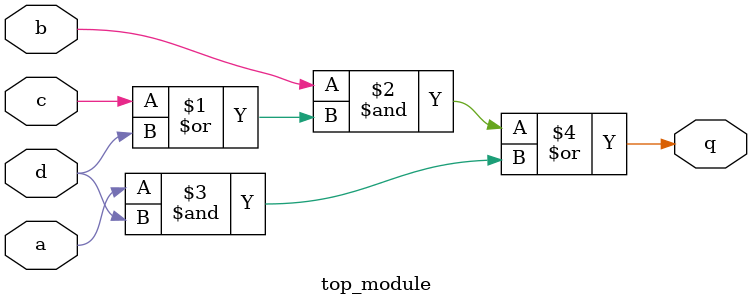
<source format=sv>
module top_module (
	input a, 
	input b, 
	input c, 
	input d,
	output q
);
    assign q = b & (c | d) | a & d;
endmodule

</source>
